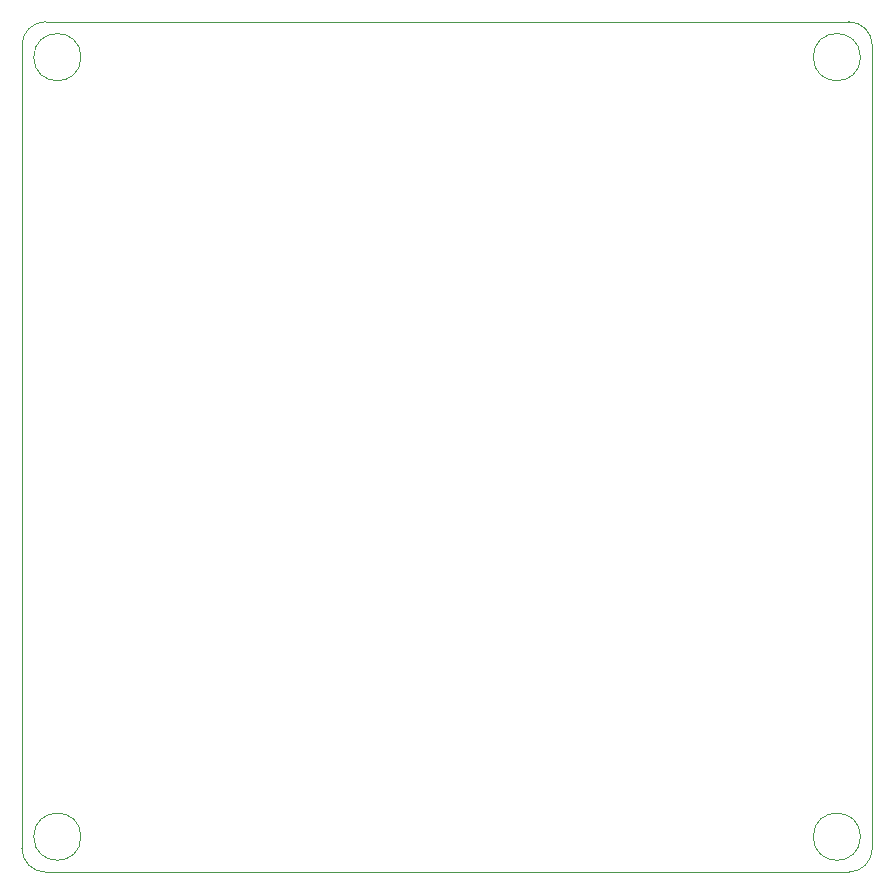
<source format=gbr>
%TF.GenerationSoftware,KiCad,Pcbnew,(6.99.0-3568-gdcfcfd5f29)*%
%TF.CreationDate,2022-10-11T21:14:32+03:00*%
%TF.ProjectId,welder ac diy mainboard,77656c64-6572-4206-9163-20646979206d,rev?*%
%TF.SameCoordinates,Original*%
%TF.FileFunction,Profile,NP*%
%FSLAX46Y46*%
G04 Gerber Fmt 4.6, Leading zero omitted, Abs format (unit mm)*
G04 Created by KiCad (PCBNEW (6.99.0-3568-gdcfcfd5f29)) date 2022-10-11 21:14:32*
%MOMM*%
%LPD*%
G01*
G04 APERTURE LIST*
%TA.AperFunction,Profile*%
%ADD10C,0.100000*%
%TD*%
G04 APERTURE END LIST*
D10*
X120000000Y-122000000D02*
G75*
G03*
X122000000Y-120000000I0J2000000D01*
G01*
X121000000Y-119000000D02*
G75*
G03*
X121000000Y-119000000I-2000000J0D01*
G01*
X50000000Y-120000000D02*
X50000000Y-52000000D01*
X121000000Y-53000000D02*
G75*
G03*
X121000000Y-53000000I-2000000J0D01*
G01*
X55000000Y-53000000D02*
G75*
G03*
X55000000Y-53000000I-2000000J0D01*
G01*
X122000000Y-52000000D02*
X122000000Y-120000000D01*
X52000000Y-50000000D02*
X120000000Y-50000000D01*
X55000000Y-119000000D02*
G75*
G03*
X55000000Y-119000000I-2000000J0D01*
G01*
X122000000Y-52000000D02*
G75*
G03*
X120000000Y-50000000I-2000000J0D01*
G01*
X120000000Y-122000000D02*
X52000000Y-122000000D01*
X50000000Y-120000000D02*
G75*
G03*
X52000000Y-122000000I2000000J0D01*
G01*
X52000000Y-50000000D02*
G75*
G03*
X50000000Y-52000000I0J-2000000D01*
G01*
M02*

</source>
